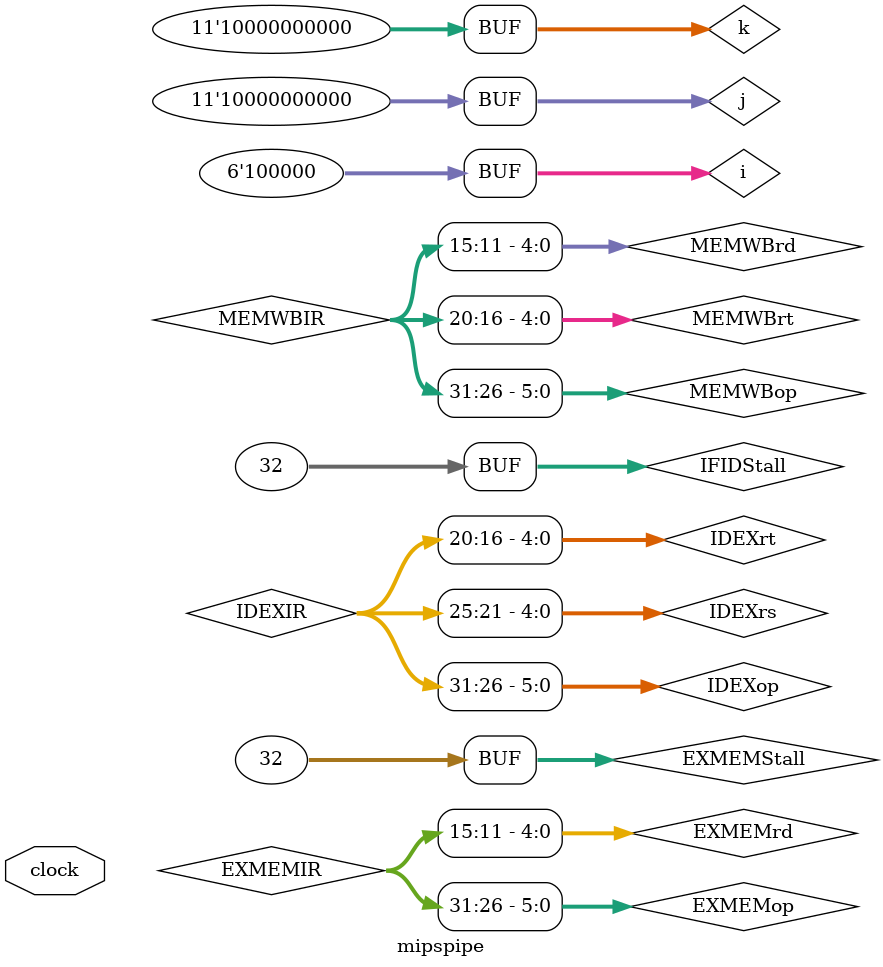
<source format=v>


module mipspipe(clock);
   // in_out
   input clock;

   // Instruction opcodes
   parameter LW = 6'b100011, SW = 6'b101011, BEQ = 6'b000100, nop = 32'b00000_100000, ALUop = 6'b0; 
   reg [31:0] PC, // Program counter
		  Regs[0:31],  // Register file
			  IMemory[0:1023], DMemory[0:1023], // Instruction and data memories
              IFIDIR, IDEXA, IDEXB, IDEXIR, EXMEMIR, EXMEMB, // pipeline latches
              EXMEMALUOut, MEMWBValue, MEMWBIR,
              EXMEMStall, IFIDStall; // pipeline latches
	

   wire [4:0] IDEXrs, IDEXrt, EXMEMrd, MEMWBrd, MEMWBrt; // fields of pipeline latches
   wire [5:0] EXMEMop, MEMWBop, IDEXop; // opcodes
   wire [31:0] Ain, Bin; // ALU inputs

   // Define fields of pipeline latches
   assign IDEXrs = IDEXIR[25:21]; // rs field
   assign IDEXrt = IDEXIR[20:16]; // rt field
   assign EXMEMrd = EXMEMIR[15:11]; // rd field
   assign MEMWBrd = MEMWBIR[15:11]; // rd field
   assign MEMWBrt = MEMWBIR[20:16]; // rt field -- for loads
   assign EXMEMop = EXMEMIR[31:26]; // opcode
   assign MEMWBop = MEMWBIR[31:26]; // opcode
   assign IDEXop = IDEXIR[31:26]; // opcode

   // Inputs to the ALU come directly from the ID/EX pipeline latches
   assign Ain = IDEXA;
   assign Bin = IDEXB;
   reg [5:0] i; //used to initialize registers
   reg [10:0] j,k; //used to initialize registers

   initial begin
      PC = 0;
      IFIDIR = nop; 
      IDEXIR = nop; 
      EXMEMIR = nop; 
      MEMWBIR = nop; // no-ops placed in pipeline latches
      IFIDStall = nop;
      EXMEMStall = nop;
	//new added
      //IFIDStall = 0;
      //EXMEMStall = 0;


     // Initialize pipeline data
     // test some instructions
     for (i=0;i<=31;i=i+1) Regs[i] = i; // initialize registers

     // IMemory[0] = 32'h8c210003;
     // IMemory[1] = 32'hac020000;
     // IMemory[2] = 32'h00642820;

     for (j=0;j<=1023;j=j+1) IMemory[j] = nop;

     // DMemory[0] = 32'h00000000;
     // DMemory[1] = 32'hffffffff;

     for (k=0;k<=1023;k=k+1) DMemory[k] = 0;
     `define RTYPE(Op, RD, RS, RT,funct)\
		(Op << (26))|(RS << (21))|(RT<<(16))|(RD<<(11))|(funct)

	 `define IMRTYPE(Op, RD, IM)\
		(IM << (11))|(RD << (16))|(Op << (26))
      IMemory[0] = `RTYPE(ALUop, 5, 2, 1, 32);
      IMemory[1] = `IMRTYPE(LW, 3, 4);
      IMemory[2] = `IMRTYPE(LW, 2, 0);
      IMemory[3] = `RTYPE(ALUop, 3, 5, 3, 36);
      IMemory[4] = `RTYPE(ALUop, 4, 2, 3, 37);
      IMemory[5] = `IMRTYPE(SW, 4, 0);

     DMemory[0] = 32'hffffffff;
     DMemory[4] = 32'hffffffff;

   end
   
   always @ (posedge clock) 
   begin
      // FETCH: Fetch instruction & update PC
      IFIDIR <= IMemory[PC>>2];
	  PC <= PC + 4;
    
      // DECODE: Read registers 
      IDEXA <= Regs[IFIDIR[25:21]]; 
      IDEXB <= Regs[IFIDIR[20:16]]; // get two registers
      
	  IDEXIR <= IFIDIR; // pass along IR
      
      // EX: Address calculation or ALU operation
      if ((IDEXop==LW) |(IDEXop==SW)) // address calculation
         EXMEMALUOut <= IDEXA +{{16{IDEXIR[15]}}, IDEXIR[15:0]};
      else if (IDEXop==ALUop) begin // ALU operation
         case (IDEXIR[5:0]) // R-type instruction
           32: EXMEMALUOut <= Ain + Bin; // add operation

 		//AND , OR//
           36: EXMEMALUOut <= Ain & Bin; // and operation
           37: EXMEMALUOut <= Ain | Bin; // or operation


           default: ; // other R-type operations [to be implemented]
         endcase
      end
   
      EXMEMIR <= IDEXIR; EXMEMB <= IDEXB; //pass along the IR & B
   
      // MEM 
      if (EXMEMop==ALUop) MEMWBValue <= EXMEMALUOut; //pass along ALU result
      else if (EXMEMop == LW) MEMWBValue <= DMemory[EXMEMALUOut>>2]; // load
      else if (EXMEMop == SW) DMemory[EXMEMALUOut>>2] <=EXMEMB; // store
   
      MEMWBIR <= EXMEMIR; //pass along IR
   
      // WB 
      if ((MEMWBop==ALUop) & (MEMWBrd != 0)) // update registers if ALU operation and destination not 0
		Regs[MEMWBrd] <= MEMWBValue; // ALU operation
      else if ((MEMWBop == LW)& (MEMWBrt != 0)) // Update registers if load and destination not 0
		Regs[MEMWBrt] <= MEMWBValue;
    end

endmodule

</source>
